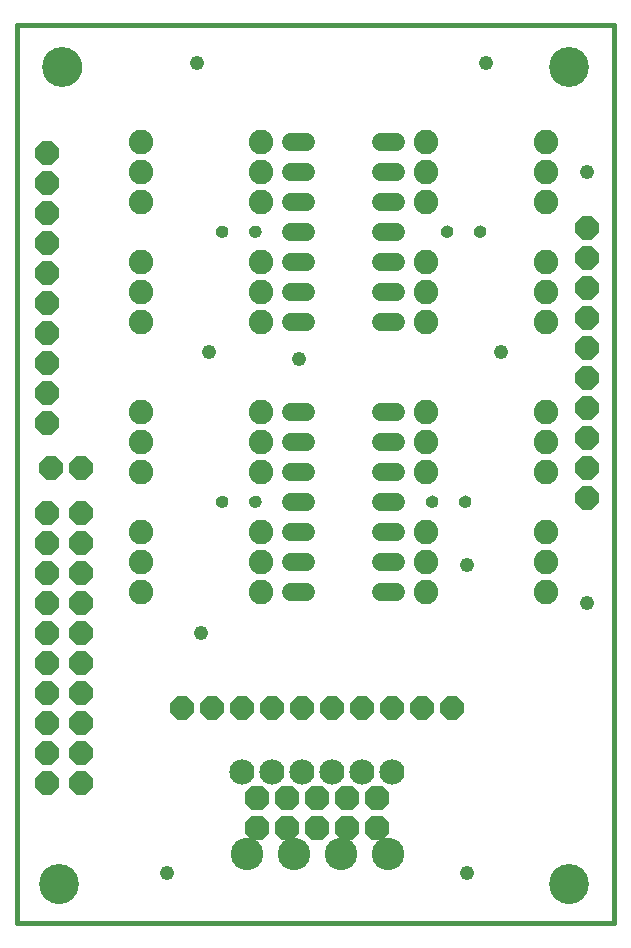
<source format=gts>
G75*
%MOIN*%
%OFA0B0*%
%FSLAX25Y25*%
%IPPOS*%
%LPD*%
%AMOC8*
5,1,8,0,0,1.08239X$1,22.5*
%
%ADD10C,0.00000*%
%ADD11C,0.13300*%
%ADD12C,0.01600*%
%ADD13C,0.00500*%
%ADD14C,0.06000*%
%ADD15C,0.08200*%
%ADD16OC8,0.07800*%
%ADD17C,0.10839*%
%ADD18OC8,0.08200*%
%ADD19C,0.08400*%
%ADD20C,0.04762*%
D10*
X0016144Y0018050D02*
X0016146Y0018208D01*
X0016152Y0018365D01*
X0016162Y0018523D01*
X0016176Y0018680D01*
X0016194Y0018836D01*
X0016215Y0018993D01*
X0016241Y0019148D01*
X0016271Y0019303D01*
X0016304Y0019457D01*
X0016342Y0019610D01*
X0016383Y0019763D01*
X0016428Y0019914D01*
X0016477Y0020064D01*
X0016530Y0020212D01*
X0016586Y0020360D01*
X0016647Y0020505D01*
X0016710Y0020650D01*
X0016778Y0020792D01*
X0016849Y0020933D01*
X0016923Y0021072D01*
X0017001Y0021209D01*
X0017083Y0021344D01*
X0017167Y0021477D01*
X0017256Y0021608D01*
X0017347Y0021736D01*
X0017442Y0021863D01*
X0017539Y0021986D01*
X0017640Y0022108D01*
X0017744Y0022226D01*
X0017851Y0022342D01*
X0017961Y0022455D01*
X0018073Y0022566D01*
X0018189Y0022673D01*
X0018307Y0022778D01*
X0018427Y0022880D01*
X0018550Y0022978D01*
X0018676Y0023074D01*
X0018804Y0023166D01*
X0018934Y0023255D01*
X0019066Y0023341D01*
X0019201Y0023423D01*
X0019338Y0023502D01*
X0019476Y0023577D01*
X0019616Y0023649D01*
X0019759Y0023717D01*
X0019902Y0023782D01*
X0020048Y0023843D01*
X0020195Y0023900D01*
X0020343Y0023954D01*
X0020493Y0024004D01*
X0020643Y0024050D01*
X0020795Y0024092D01*
X0020948Y0024131D01*
X0021102Y0024165D01*
X0021257Y0024196D01*
X0021412Y0024222D01*
X0021568Y0024245D01*
X0021725Y0024264D01*
X0021882Y0024279D01*
X0022039Y0024290D01*
X0022197Y0024297D01*
X0022355Y0024300D01*
X0022512Y0024299D01*
X0022670Y0024294D01*
X0022827Y0024285D01*
X0022985Y0024272D01*
X0023141Y0024255D01*
X0023298Y0024234D01*
X0023453Y0024210D01*
X0023608Y0024181D01*
X0023763Y0024148D01*
X0023916Y0024112D01*
X0024069Y0024071D01*
X0024220Y0024027D01*
X0024370Y0023979D01*
X0024519Y0023928D01*
X0024667Y0023872D01*
X0024813Y0023813D01*
X0024958Y0023750D01*
X0025101Y0023683D01*
X0025242Y0023613D01*
X0025381Y0023540D01*
X0025519Y0023463D01*
X0025655Y0023382D01*
X0025788Y0023298D01*
X0025919Y0023211D01*
X0026048Y0023120D01*
X0026175Y0023026D01*
X0026300Y0022929D01*
X0026421Y0022829D01*
X0026541Y0022726D01*
X0026657Y0022620D01*
X0026771Y0022511D01*
X0026883Y0022399D01*
X0026991Y0022285D01*
X0027096Y0022167D01*
X0027199Y0022047D01*
X0027298Y0021925D01*
X0027394Y0021800D01*
X0027487Y0021672D01*
X0027577Y0021543D01*
X0027663Y0021411D01*
X0027747Y0021277D01*
X0027826Y0021141D01*
X0027903Y0021003D01*
X0027975Y0020863D01*
X0028044Y0020721D01*
X0028110Y0020578D01*
X0028172Y0020433D01*
X0028230Y0020286D01*
X0028285Y0020138D01*
X0028336Y0019989D01*
X0028383Y0019838D01*
X0028426Y0019687D01*
X0028465Y0019534D01*
X0028501Y0019380D01*
X0028532Y0019226D01*
X0028560Y0019071D01*
X0028584Y0018915D01*
X0028604Y0018758D01*
X0028620Y0018601D01*
X0028632Y0018444D01*
X0028640Y0018287D01*
X0028644Y0018129D01*
X0028644Y0017971D01*
X0028640Y0017813D01*
X0028632Y0017656D01*
X0028620Y0017499D01*
X0028604Y0017342D01*
X0028584Y0017185D01*
X0028560Y0017029D01*
X0028532Y0016874D01*
X0028501Y0016720D01*
X0028465Y0016566D01*
X0028426Y0016413D01*
X0028383Y0016262D01*
X0028336Y0016111D01*
X0028285Y0015962D01*
X0028230Y0015814D01*
X0028172Y0015667D01*
X0028110Y0015522D01*
X0028044Y0015379D01*
X0027975Y0015237D01*
X0027903Y0015097D01*
X0027826Y0014959D01*
X0027747Y0014823D01*
X0027663Y0014689D01*
X0027577Y0014557D01*
X0027487Y0014428D01*
X0027394Y0014300D01*
X0027298Y0014175D01*
X0027199Y0014053D01*
X0027096Y0013933D01*
X0026991Y0013815D01*
X0026883Y0013701D01*
X0026771Y0013589D01*
X0026657Y0013480D01*
X0026541Y0013374D01*
X0026421Y0013271D01*
X0026300Y0013171D01*
X0026175Y0013074D01*
X0026048Y0012980D01*
X0025919Y0012889D01*
X0025788Y0012802D01*
X0025655Y0012718D01*
X0025519Y0012637D01*
X0025381Y0012560D01*
X0025242Y0012487D01*
X0025101Y0012417D01*
X0024958Y0012350D01*
X0024813Y0012287D01*
X0024667Y0012228D01*
X0024519Y0012172D01*
X0024370Y0012121D01*
X0024220Y0012073D01*
X0024069Y0012029D01*
X0023916Y0011988D01*
X0023763Y0011952D01*
X0023608Y0011919D01*
X0023453Y0011890D01*
X0023298Y0011866D01*
X0023141Y0011845D01*
X0022985Y0011828D01*
X0022827Y0011815D01*
X0022670Y0011806D01*
X0022512Y0011801D01*
X0022355Y0011800D01*
X0022197Y0011803D01*
X0022039Y0011810D01*
X0021882Y0011821D01*
X0021725Y0011836D01*
X0021568Y0011855D01*
X0021412Y0011878D01*
X0021257Y0011904D01*
X0021102Y0011935D01*
X0020948Y0011969D01*
X0020795Y0012008D01*
X0020643Y0012050D01*
X0020493Y0012096D01*
X0020343Y0012146D01*
X0020195Y0012200D01*
X0020048Y0012257D01*
X0019902Y0012318D01*
X0019759Y0012383D01*
X0019616Y0012451D01*
X0019476Y0012523D01*
X0019338Y0012598D01*
X0019201Y0012677D01*
X0019066Y0012759D01*
X0018934Y0012845D01*
X0018804Y0012934D01*
X0018676Y0013026D01*
X0018550Y0013122D01*
X0018427Y0013220D01*
X0018307Y0013322D01*
X0018189Y0013427D01*
X0018073Y0013534D01*
X0017961Y0013645D01*
X0017851Y0013758D01*
X0017744Y0013874D01*
X0017640Y0013992D01*
X0017539Y0014114D01*
X0017442Y0014237D01*
X0017347Y0014364D01*
X0017256Y0014492D01*
X0017167Y0014623D01*
X0017083Y0014756D01*
X0017001Y0014891D01*
X0016923Y0015028D01*
X0016849Y0015167D01*
X0016778Y0015308D01*
X0016710Y0015450D01*
X0016647Y0015595D01*
X0016586Y0015740D01*
X0016530Y0015888D01*
X0016477Y0016036D01*
X0016428Y0016186D01*
X0016383Y0016337D01*
X0016342Y0016490D01*
X0016304Y0016643D01*
X0016271Y0016797D01*
X0016241Y0016952D01*
X0016215Y0017107D01*
X0016194Y0017264D01*
X0016176Y0017420D01*
X0016162Y0017577D01*
X0016152Y0017735D01*
X0016146Y0017892D01*
X0016144Y0018050D01*
X0186144Y0018050D02*
X0186146Y0018208D01*
X0186152Y0018365D01*
X0186162Y0018523D01*
X0186176Y0018680D01*
X0186194Y0018836D01*
X0186215Y0018993D01*
X0186241Y0019148D01*
X0186271Y0019303D01*
X0186304Y0019457D01*
X0186342Y0019610D01*
X0186383Y0019763D01*
X0186428Y0019914D01*
X0186477Y0020064D01*
X0186530Y0020212D01*
X0186586Y0020360D01*
X0186647Y0020505D01*
X0186710Y0020650D01*
X0186778Y0020792D01*
X0186849Y0020933D01*
X0186923Y0021072D01*
X0187001Y0021209D01*
X0187083Y0021344D01*
X0187167Y0021477D01*
X0187256Y0021608D01*
X0187347Y0021736D01*
X0187442Y0021863D01*
X0187539Y0021986D01*
X0187640Y0022108D01*
X0187744Y0022226D01*
X0187851Y0022342D01*
X0187961Y0022455D01*
X0188073Y0022566D01*
X0188189Y0022673D01*
X0188307Y0022778D01*
X0188427Y0022880D01*
X0188550Y0022978D01*
X0188676Y0023074D01*
X0188804Y0023166D01*
X0188934Y0023255D01*
X0189066Y0023341D01*
X0189201Y0023423D01*
X0189338Y0023502D01*
X0189476Y0023577D01*
X0189616Y0023649D01*
X0189759Y0023717D01*
X0189902Y0023782D01*
X0190048Y0023843D01*
X0190195Y0023900D01*
X0190343Y0023954D01*
X0190493Y0024004D01*
X0190643Y0024050D01*
X0190795Y0024092D01*
X0190948Y0024131D01*
X0191102Y0024165D01*
X0191257Y0024196D01*
X0191412Y0024222D01*
X0191568Y0024245D01*
X0191725Y0024264D01*
X0191882Y0024279D01*
X0192039Y0024290D01*
X0192197Y0024297D01*
X0192355Y0024300D01*
X0192512Y0024299D01*
X0192670Y0024294D01*
X0192827Y0024285D01*
X0192985Y0024272D01*
X0193141Y0024255D01*
X0193298Y0024234D01*
X0193453Y0024210D01*
X0193608Y0024181D01*
X0193763Y0024148D01*
X0193916Y0024112D01*
X0194069Y0024071D01*
X0194220Y0024027D01*
X0194370Y0023979D01*
X0194519Y0023928D01*
X0194667Y0023872D01*
X0194813Y0023813D01*
X0194958Y0023750D01*
X0195101Y0023683D01*
X0195242Y0023613D01*
X0195381Y0023540D01*
X0195519Y0023463D01*
X0195655Y0023382D01*
X0195788Y0023298D01*
X0195919Y0023211D01*
X0196048Y0023120D01*
X0196175Y0023026D01*
X0196300Y0022929D01*
X0196421Y0022829D01*
X0196541Y0022726D01*
X0196657Y0022620D01*
X0196771Y0022511D01*
X0196883Y0022399D01*
X0196991Y0022285D01*
X0197096Y0022167D01*
X0197199Y0022047D01*
X0197298Y0021925D01*
X0197394Y0021800D01*
X0197487Y0021672D01*
X0197577Y0021543D01*
X0197663Y0021411D01*
X0197747Y0021277D01*
X0197826Y0021141D01*
X0197903Y0021003D01*
X0197975Y0020863D01*
X0198044Y0020721D01*
X0198110Y0020578D01*
X0198172Y0020433D01*
X0198230Y0020286D01*
X0198285Y0020138D01*
X0198336Y0019989D01*
X0198383Y0019838D01*
X0198426Y0019687D01*
X0198465Y0019534D01*
X0198501Y0019380D01*
X0198532Y0019226D01*
X0198560Y0019071D01*
X0198584Y0018915D01*
X0198604Y0018758D01*
X0198620Y0018601D01*
X0198632Y0018444D01*
X0198640Y0018287D01*
X0198644Y0018129D01*
X0198644Y0017971D01*
X0198640Y0017813D01*
X0198632Y0017656D01*
X0198620Y0017499D01*
X0198604Y0017342D01*
X0198584Y0017185D01*
X0198560Y0017029D01*
X0198532Y0016874D01*
X0198501Y0016720D01*
X0198465Y0016566D01*
X0198426Y0016413D01*
X0198383Y0016262D01*
X0198336Y0016111D01*
X0198285Y0015962D01*
X0198230Y0015814D01*
X0198172Y0015667D01*
X0198110Y0015522D01*
X0198044Y0015379D01*
X0197975Y0015237D01*
X0197903Y0015097D01*
X0197826Y0014959D01*
X0197747Y0014823D01*
X0197663Y0014689D01*
X0197577Y0014557D01*
X0197487Y0014428D01*
X0197394Y0014300D01*
X0197298Y0014175D01*
X0197199Y0014053D01*
X0197096Y0013933D01*
X0196991Y0013815D01*
X0196883Y0013701D01*
X0196771Y0013589D01*
X0196657Y0013480D01*
X0196541Y0013374D01*
X0196421Y0013271D01*
X0196300Y0013171D01*
X0196175Y0013074D01*
X0196048Y0012980D01*
X0195919Y0012889D01*
X0195788Y0012802D01*
X0195655Y0012718D01*
X0195519Y0012637D01*
X0195381Y0012560D01*
X0195242Y0012487D01*
X0195101Y0012417D01*
X0194958Y0012350D01*
X0194813Y0012287D01*
X0194667Y0012228D01*
X0194519Y0012172D01*
X0194370Y0012121D01*
X0194220Y0012073D01*
X0194069Y0012029D01*
X0193916Y0011988D01*
X0193763Y0011952D01*
X0193608Y0011919D01*
X0193453Y0011890D01*
X0193298Y0011866D01*
X0193141Y0011845D01*
X0192985Y0011828D01*
X0192827Y0011815D01*
X0192670Y0011806D01*
X0192512Y0011801D01*
X0192355Y0011800D01*
X0192197Y0011803D01*
X0192039Y0011810D01*
X0191882Y0011821D01*
X0191725Y0011836D01*
X0191568Y0011855D01*
X0191412Y0011878D01*
X0191257Y0011904D01*
X0191102Y0011935D01*
X0190948Y0011969D01*
X0190795Y0012008D01*
X0190643Y0012050D01*
X0190493Y0012096D01*
X0190343Y0012146D01*
X0190195Y0012200D01*
X0190048Y0012257D01*
X0189902Y0012318D01*
X0189759Y0012383D01*
X0189616Y0012451D01*
X0189476Y0012523D01*
X0189338Y0012598D01*
X0189201Y0012677D01*
X0189066Y0012759D01*
X0188934Y0012845D01*
X0188804Y0012934D01*
X0188676Y0013026D01*
X0188550Y0013122D01*
X0188427Y0013220D01*
X0188307Y0013322D01*
X0188189Y0013427D01*
X0188073Y0013534D01*
X0187961Y0013645D01*
X0187851Y0013758D01*
X0187744Y0013874D01*
X0187640Y0013992D01*
X0187539Y0014114D01*
X0187442Y0014237D01*
X0187347Y0014364D01*
X0187256Y0014492D01*
X0187167Y0014623D01*
X0187083Y0014756D01*
X0187001Y0014891D01*
X0186923Y0015028D01*
X0186849Y0015167D01*
X0186778Y0015308D01*
X0186710Y0015450D01*
X0186647Y0015595D01*
X0186586Y0015740D01*
X0186530Y0015888D01*
X0186477Y0016036D01*
X0186428Y0016186D01*
X0186383Y0016337D01*
X0186342Y0016490D01*
X0186304Y0016643D01*
X0186271Y0016797D01*
X0186241Y0016952D01*
X0186215Y0017107D01*
X0186194Y0017264D01*
X0186176Y0017420D01*
X0186162Y0017577D01*
X0186152Y0017735D01*
X0186146Y0017892D01*
X0186144Y0018050D01*
X0186144Y0290550D02*
X0186146Y0290708D01*
X0186152Y0290865D01*
X0186162Y0291023D01*
X0186176Y0291180D01*
X0186194Y0291336D01*
X0186215Y0291493D01*
X0186241Y0291648D01*
X0186271Y0291803D01*
X0186304Y0291957D01*
X0186342Y0292110D01*
X0186383Y0292263D01*
X0186428Y0292414D01*
X0186477Y0292564D01*
X0186530Y0292712D01*
X0186586Y0292860D01*
X0186647Y0293005D01*
X0186710Y0293150D01*
X0186778Y0293292D01*
X0186849Y0293433D01*
X0186923Y0293572D01*
X0187001Y0293709D01*
X0187083Y0293844D01*
X0187167Y0293977D01*
X0187256Y0294108D01*
X0187347Y0294236D01*
X0187442Y0294363D01*
X0187539Y0294486D01*
X0187640Y0294608D01*
X0187744Y0294726D01*
X0187851Y0294842D01*
X0187961Y0294955D01*
X0188073Y0295066D01*
X0188189Y0295173D01*
X0188307Y0295278D01*
X0188427Y0295380D01*
X0188550Y0295478D01*
X0188676Y0295574D01*
X0188804Y0295666D01*
X0188934Y0295755D01*
X0189066Y0295841D01*
X0189201Y0295923D01*
X0189338Y0296002D01*
X0189476Y0296077D01*
X0189616Y0296149D01*
X0189759Y0296217D01*
X0189902Y0296282D01*
X0190048Y0296343D01*
X0190195Y0296400D01*
X0190343Y0296454D01*
X0190493Y0296504D01*
X0190643Y0296550D01*
X0190795Y0296592D01*
X0190948Y0296631D01*
X0191102Y0296665D01*
X0191257Y0296696D01*
X0191412Y0296722D01*
X0191568Y0296745D01*
X0191725Y0296764D01*
X0191882Y0296779D01*
X0192039Y0296790D01*
X0192197Y0296797D01*
X0192355Y0296800D01*
X0192512Y0296799D01*
X0192670Y0296794D01*
X0192827Y0296785D01*
X0192985Y0296772D01*
X0193141Y0296755D01*
X0193298Y0296734D01*
X0193453Y0296710D01*
X0193608Y0296681D01*
X0193763Y0296648D01*
X0193916Y0296612D01*
X0194069Y0296571D01*
X0194220Y0296527D01*
X0194370Y0296479D01*
X0194519Y0296428D01*
X0194667Y0296372D01*
X0194813Y0296313D01*
X0194958Y0296250D01*
X0195101Y0296183D01*
X0195242Y0296113D01*
X0195381Y0296040D01*
X0195519Y0295963D01*
X0195655Y0295882D01*
X0195788Y0295798D01*
X0195919Y0295711D01*
X0196048Y0295620D01*
X0196175Y0295526D01*
X0196300Y0295429D01*
X0196421Y0295329D01*
X0196541Y0295226D01*
X0196657Y0295120D01*
X0196771Y0295011D01*
X0196883Y0294899D01*
X0196991Y0294785D01*
X0197096Y0294667D01*
X0197199Y0294547D01*
X0197298Y0294425D01*
X0197394Y0294300D01*
X0197487Y0294172D01*
X0197577Y0294043D01*
X0197663Y0293911D01*
X0197747Y0293777D01*
X0197826Y0293641D01*
X0197903Y0293503D01*
X0197975Y0293363D01*
X0198044Y0293221D01*
X0198110Y0293078D01*
X0198172Y0292933D01*
X0198230Y0292786D01*
X0198285Y0292638D01*
X0198336Y0292489D01*
X0198383Y0292338D01*
X0198426Y0292187D01*
X0198465Y0292034D01*
X0198501Y0291880D01*
X0198532Y0291726D01*
X0198560Y0291571D01*
X0198584Y0291415D01*
X0198604Y0291258D01*
X0198620Y0291101D01*
X0198632Y0290944D01*
X0198640Y0290787D01*
X0198644Y0290629D01*
X0198644Y0290471D01*
X0198640Y0290313D01*
X0198632Y0290156D01*
X0198620Y0289999D01*
X0198604Y0289842D01*
X0198584Y0289685D01*
X0198560Y0289529D01*
X0198532Y0289374D01*
X0198501Y0289220D01*
X0198465Y0289066D01*
X0198426Y0288913D01*
X0198383Y0288762D01*
X0198336Y0288611D01*
X0198285Y0288462D01*
X0198230Y0288314D01*
X0198172Y0288167D01*
X0198110Y0288022D01*
X0198044Y0287879D01*
X0197975Y0287737D01*
X0197903Y0287597D01*
X0197826Y0287459D01*
X0197747Y0287323D01*
X0197663Y0287189D01*
X0197577Y0287057D01*
X0197487Y0286928D01*
X0197394Y0286800D01*
X0197298Y0286675D01*
X0197199Y0286553D01*
X0197096Y0286433D01*
X0196991Y0286315D01*
X0196883Y0286201D01*
X0196771Y0286089D01*
X0196657Y0285980D01*
X0196541Y0285874D01*
X0196421Y0285771D01*
X0196300Y0285671D01*
X0196175Y0285574D01*
X0196048Y0285480D01*
X0195919Y0285389D01*
X0195788Y0285302D01*
X0195655Y0285218D01*
X0195519Y0285137D01*
X0195381Y0285060D01*
X0195242Y0284987D01*
X0195101Y0284917D01*
X0194958Y0284850D01*
X0194813Y0284787D01*
X0194667Y0284728D01*
X0194519Y0284672D01*
X0194370Y0284621D01*
X0194220Y0284573D01*
X0194069Y0284529D01*
X0193916Y0284488D01*
X0193763Y0284452D01*
X0193608Y0284419D01*
X0193453Y0284390D01*
X0193298Y0284366D01*
X0193141Y0284345D01*
X0192985Y0284328D01*
X0192827Y0284315D01*
X0192670Y0284306D01*
X0192512Y0284301D01*
X0192355Y0284300D01*
X0192197Y0284303D01*
X0192039Y0284310D01*
X0191882Y0284321D01*
X0191725Y0284336D01*
X0191568Y0284355D01*
X0191412Y0284378D01*
X0191257Y0284404D01*
X0191102Y0284435D01*
X0190948Y0284469D01*
X0190795Y0284508D01*
X0190643Y0284550D01*
X0190493Y0284596D01*
X0190343Y0284646D01*
X0190195Y0284700D01*
X0190048Y0284757D01*
X0189902Y0284818D01*
X0189759Y0284883D01*
X0189616Y0284951D01*
X0189476Y0285023D01*
X0189338Y0285098D01*
X0189201Y0285177D01*
X0189066Y0285259D01*
X0188934Y0285345D01*
X0188804Y0285434D01*
X0188676Y0285526D01*
X0188550Y0285622D01*
X0188427Y0285720D01*
X0188307Y0285822D01*
X0188189Y0285927D01*
X0188073Y0286034D01*
X0187961Y0286145D01*
X0187851Y0286258D01*
X0187744Y0286374D01*
X0187640Y0286492D01*
X0187539Y0286614D01*
X0187442Y0286737D01*
X0187347Y0286864D01*
X0187256Y0286992D01*
X0187167Y0287123D01*
X0187083Y0287256D01*
X0187001Y0287391D01*
X0186923Y0287528D01*
X0186849Y0287667D01*
X0186778Y0287808D01*
X0186710Y0287950D01*
X0186647Y0288095D01*
X0186586Y0288240D01*
X0186530Y0288388D01*
X0186477Y0288536D01*
X0186428Y0288686D01*
X0186383Y0288837D01*
X0186342Y0288990D01*
X0186304Y0289143D01*
X0186271Y0289297D01*
X0186241Y0289452D01*
X0186215Y0289607D01*
X0186194Y0289764D01*
X0186176Y0289920D01*
X0186162Y0290077D01*
X0186152Y0290235D01*
X0186146Y0290392D01*
X0186144Y0290550D01*
X0017394Y0290550D02*
X0017396Y0290708D01*
X0017402Y0290865D01*
X0017412Y0291023D01*
X0017426Y0291180D01*
X0017444Y0291336D01*
X0017465Y0291493D01*
X0017491Y0291648D01*
X0017521Y0291803D01*
X0017554Y0291957D01*
X0017592Y0292110D01*
X0017633Y0292263D01*
X0017678Y0292414D01*
X0017727Y0292564D01*
X0017780Y0292712D01*
X0017836Y0292860D01*
X0017897Y0293005D01*
X0017960Y0293150D01*
X0018028Y0293292D01*
X0018099Y0293433D01*
X0018173Y0293572D01*
X0018251Y0293709D01*
X0018333Y0293844D01*
X0018417Y0293977D01*
X0018506Y0294108D01*
X0018597Y0294236D01*
X0018692Y0294363D01*
X0018789Y0294486D01*
X0018890Y0294608D01*
X0018994Y0294726D01*
X0019101Y0294842D01*
X0019211Y0294955D01*
X0019323Y0295066D01*
X0019439Y0295173D01*
X0019557Y0295278D01*
X0019677Y0295380D01*
X0019800Y0295478D01*
X0019926Y0295574D01*
X0020054Y0295666D01*
X0020184Y0295755D01*
X0020316Y0295841D01*
X0020451Y0295923D01*
X0020588Y0296002D01*
X0020726Y0296077D01*
X0020866Y0296149D01*
X0021009Y0296217D01*
X0021152Y0296282D01*
X0021298Y0296343D01*
X0021445Y0296400D01*
X0021593Y0296454D01*
X0021743Y0296504D01*
X0021893Y0296550D01*
X0022045Y0296592D01*
X0022198Y0296631D01*
X0022352Y0296665D01*
X0022507Y0296696D01*
X0022662Y0296722D01*
X0022818Y0296745D01*
X0022975Y0296764D01*
X0023132Y0296779D01*
X0023289Y0296790D01*
X0023447Y0296797D01*
X0023605Y0296800D01*
X0023762Y0296799D01*
X0023920Y0296794D01*
X0024077Y0296785D01*
X0024235Y0296772D01*
X0024391Y0296755D01*
X0024548Y0296734D01*
X0024703Y0296710D01*
X0024858Y0296681D01*
X0025013Y0296648D01*
X0025166Y0296612D01*
X0025319Y0296571D01*
X0025470Y0296527D01*
X0025620Y0296479D01*
X0025769Y0296428D01*
X0025917Y0296372D01*
X0026063Y0296313D01*
X0026208Y0296250D01*
X0026351Y0296183D01*
X0026492Y0296113D01*
X0026631Y0296040D01*
X0026769Y0295963D01*
X0026905Y0295882D01*
X0027038Y0295798D01*
X0027169Y0295711D01*
X0027298Y0295620D01*
X0027425Y0295526D01*
X0027550Y0295429D01*
X0027671Y0295329D01*
X0027791Y0295226D01*
X0027907Y0295120D01*
X0028021Y0295011D01*
X0028133Y0294899D01*
X0028241Y0294785D01*
X0028346Y0294667D01*
X0028449Y0294547D01*
X0028548Y0294425D01*
X0028644Y0294300D01*
X0028737Y0294172D01*
X0028827Y0294043D01*
X0028913Y0293911D01*
X0028997Y0293777D01*
X0029076Y0293641D01*
X0029153Y0293503D01*
X0029225Y0293363D01*
X0029294Y0293221D01*
X0029360Y0293078D01*
X0029422Y0292933D01*
X0029480Y0292786D01*
X0029535Y0292638D01*
X0029586Y0292489D01*
X0029633Y0292338D01*
X0029676Y0292187D01*
X0029715Y0292034D01*
X0029751Y0291880D01*
X0029782Y0291726D01*
X0029810Y0291571D01*
X0029834Y0291415D01*
X0029854Y0291258D01*
X0029870Y0291101D01*
X0029882Y0290944D01*
X0029890Y0290787D01*
X0029894Y0290629D01*
X0029894Y0290471D01*
X0029890Y0290313D01*
X0029882Y0290156D01*
X0029870Y0289999D01*
X0029854Y0289842D01*
X0029834Y0289685D01*
X0029810Y0289529D01*
X0029782Y0289374D01*
X0029751Y0289220D01*
X0029715Y0289066D01*
X0029676Y0288913D01*
X0029633Y0288762D01*
X0029586Y0288611D01*
X0029535Y0288462D01*
X0029480Y0288314D01*
X0029422Y0288167D01*
X0029360Y0288022D01*
X0029294Y0287879D01*
X0029225Y0287737D01*
X0029153Y0287597D01*
X0029076Y0287459D01*
X0028997Y0287323D01*
X0028913Y0287189D01*
X0028827Y0287057D01*
X0028737Y0286928D01*
X0028644Y0286800D01*
X0028548Y0286675D01*
X0028449Y0286553D01*
X0028346Y0286433D01*
X0028241Y0286315D01*
X0028133Y0286201D01*
X0028021Y0286089D01*
X0027907Y0285980D01*
X0027791Y0285874D01*
X0027671Y0285771D01*
X0027550Y0285671D01*
X0027425Y0285574D01*
X0027298Y0285480D01*
X0027169Y0285389D01*
X0027038Y0285302D01*
X0026905Y0285218D01*
X0026769Y0285137D01*
X0026631Y0285060D01*
X0026492Y0284987D01*
X0026351Y0284917D01*
X0026208Y0284850D01*
X0026063Y0284787D01*
X0025917Y0284728D01*
X0025769Y0284672D01*
X0025620Y0284621D01*
X0025470Y0284573D01*
X0025319Y0284529D01*
X0025166Y0284488D01*
X0025013Y0284452D01*
X0024858Y0284419D01*
X0024703Y0284390D01*
X0024548Y0284366D01*
X0024391Y0284345D01*
X0024235Y0284328D01*
X0024077Y0284315D01*
X0023920Y0284306D01*
X0023762Y0284301D01*
X0023605Y0284300D01*
X0023447Y0284303D01*
X0023289Y0284310D01*
X0023132Y0284321D01*
X0022975Y0284336D01*
X0022818Y0284355D01*
X0022662Y0284378D01*
X0022507Y0284404D01*
X0022352Y0284435D01*
X0022198Y0284469D01*
X0022045Y0284508D01*
X0021893Y0284550D01*
X0021743Y0284596D01*
X0021593Y0284646D01*
X0021445Y0284700D01*
X0021298Y0284757D01*
X0021152Y0284818D01*
X0021009Y0284883D01*
X0020866Y0284951D01*
X0020726Y0285023D01*
X0020588Y0285098D01*
X0020451Y0285177D01*
X0020316Y0285259D01*
X0020184Y0285345D01*
X0020054Y0285434D01*
X0019926Y0285526D01*
X0019800Y0285622D01*
X0019677Y0285720D01*
X0019557Y0285822D01*
X0019439Y0285927D01*
X0019323Y0286034D01*
X0019211Y0286145D01*
X0019101Y0286258D01*
X0018994Y0286374D01*
X0018890Y0286492D01*
X0018789Y0286614D01*
X0018692Y0286737D01*
X0018597Y0286864D01*
X0018506Y0286992D01*
X0018417Y0287123D01*
X0018333Y0287256D01*
X0018251Y0287391D01*
X0018173Y0287528D01*
X0018099Y0287667D01*
X0018028Y0287808D01*
X0017960Y0287950D01*
X0017897Y0288095D01*
X0017836Y0288240D01*
X0017780Y0288388D01*
X0017727Y0288536D01*
X0017678Y0288686D01*
X0017633Y0288837D01*
X0017592Y0288990D01*
X0017554Y0289143D01*
X0017521Y0289297D01*
X0017491Y0289452D01*
X0017465Y0289607D01*
X0017444Y0289764D01*
X0017426Y0289920D01*
X0017412Y0290077D01*
X0017402Y0290235D01*
X0017396Y0290392D01*
X0017394Y0290550D01*
D11*
X0023644Y0290550D03*
X0192394Y0290550D03*
X0192394Y0018050D03*
X0022394Y0018050D03*
D12*
X0008644Y0005107D02*
X0008644Y0304398D01*
X0207463Y0304398D01*
X0207463Y0005107D01*
X0008644Y0005107D01*
D13*
X0076139Y0143959D02*
X0075807Y0144175D01*
X0075532Y0144460D01*
X0075327Y0144799D01*
X0075202Y0145176D01*
X0075164Y0145570D01*
X0075211Y0145954D01*
X0075341Y0146317D01*
X0075550Y0146642D01*
X0075825Y0146913D01*
X0076154Y0147116D01*
X0076520Y0147240D01*
X0076904Y0147280D01*
X0077286Y0147246D01*
X0076576Y0147246D01*
X0077286Y0147246D02*
X0077650Y0147128D01*
X0077979Y0146932D01*
X0078256Y0146668D01*
X0078467Y0146348D01*
X0078602Y0145990D01*
X0078654Y0145610D01*
X0078619Y0145210D01*
X0078496Y0144827D01*
X0078290Y0144481D01*
X0078013Y0144190D01*
X0077678Y0143968D01*
X0077302Y0143825D01*
X0076904Y0143770D01*
X0076511Y0143822D01*
X0076139Y0143959D01*
X0075730Y0144255D02*
X0078075Y0144255D01*
X0078452Y0144754D02*
X0075354Y0144754D01*
X0075195Y0145252D02*
X0078623Y0145252D01*
X0078635Y0145751D02*
X0075186Y0145751D01*
X0075317Y0146249D02*
X0078505Y0146249D01*
X0078172Y0146748D02*
X0075657Y0146748D01*
X0086184Y0145570D02*
X0086231Y0145954D01*
X0086362Y0146317D01*
X0086570Y0146642D01*
X0086845Y0146913D01*
X0087174Y0147116D01*
X0087540Y0147240D01*
X0087924Y0147280D01*
X0088306Y0147246D01*
X0087596Y0147246D01*
X0088306Y0147246D02*
X0088670Y0147128D01*
X0088999Y0146932D01*
X0089276Y0146668D01*
X0089487Y0146348D01*
X0089622Y0145990D01*
X0089674Y0145610D01*
X0089639Y0145210D01*
X0089516Y0144827D01*
X0089311Y0144481D01*
X0089033Y0144190D01*
X0088698Y0143968D01*
X0088322Y0143825D01*
X0087924Y0143770D01*
X0087531Y0143822D01*
X0087159Y0143959D01*
X0086827Y0144175D01*
X0086552Y0144460D01*
X0086347Y0144799D01*
X0086222Y0145176D01*
X0086184Y0145570D01*
X0086206Y0145751D02*
X0089655Y0145751D01*
X0089643Y0145252D02*
X0086215Y0145252D01*
X0086374Y0144754D02*
X0089472Y0144754D01*
X0089095Y0144255D02*
X0086750Y0144255D01*
X0086337Y0146249D02*
X0089525Y0146249D01*
X0089192Y0146748D02*
X0086677Y0146748D01*
X0145114Y0145490D02*
X0145149Y0145890D01*
X0145273Y0146273D01*
X0145478Y0146619D01*
X0145755Y0146910D01*
X0146090Y0147132D01*
X0146466Y0147275D01*
X0146864Y0147330D01*
X0147257Y0147278D01*
X0147629Y0147141D01*
X0147961Y0146925D01*
X0148237Y0146640D01*
X0148442Y0146301D01*
X0148566Y0145924D01*
X0148604Y0145530D01*
X0148558Y0145146D01*
X0148427Y0144783D01*
X0148219Y0144458D01*
X0147943Y0144187D01*
X0147614Y0143984D01*
X0147249Y0143860D01*
X0146864Y0143820D01*
X0146483Y0143854D01*
X0146118Y0143972D01*
X0145789Y0144168D01*
X0145512Y0144432D01*
X0145301Y0144752D01*
X0145166Y0145110D01*
X0145114Y0145490D01*
X0145147Y0145252D02*
X0148570Y0145252D01*
X0148583Y0145751D02*
X0145137Y0145751D01*
X0145265Y0146249D02*
X0148459Y0146249D01*
X0148132Y0146748D02*
X0145601Y0146748D01*
X0146391Y0147246D02*
X0147345Y0147246D01*
X0148408Y0144754D02*
X0145300Y0144754D01*
X0145698Y0144255D02*
X0148013Y0144255D01*
X0156167Y0145252D02*
X0159590Y0145252D01*
X0159578Y0145146D02*
X0159447Y0144783D01*
X0159239Y0144458D01*
X0158963Y0144187D01*
X0158634Y0143984D01*
X0158269Y0143860D01*
X0157884Y0143820D01*
X0157503Y0143854D01*
X0157138Y0143972D01*
X0156809Y0144168D01*
X0156532Y0144432D01*
X0156321Y0144752D01*
X0156186Y0145110D01*
X0156134Y0145490D01*
X0156169Y0145890D01*
X0156293Y0146273D01*
X0156498Y0146619D01*
X0156775Y0146910D01*
X0157110Y0147132D01*
X0157486Y0147275D01*
X0157884Y0147330D01*
X0158277Y0147278D01*
X0158649Y0147141D01*
X0158981Y0146925D01*
X0159257Y0146640D01*
X0159462Y0146301D01*
X0159586Y0145924D01*
X0159624Y0145530D01*
X0159578Y0145146D01*
X0159428Y0144754D02*
X0156320Y0144754D01*
X0156718Y0144255D02*
X0159033Y0144255D01*
X0159603Y0145751D02*
X0156157Y0145751D01*
X0156285Y0146249D02*
X0159479Y0146249D01*
X0159152Y0146748D02*
X0156621Y0146748D01*
X0157411Y0147246D02*
X0158365Y0147246D01*
X0162884Y0233820D02*
X0163269Y0233860D01*
X0163634Y0233984D01*
X0163963Y0234187D01*
X0164239Y0234458D01*
X0164447Y0234783D01*
X0164578Y0235146D01*
X0164624Y0235530D01*
X0164586Y0235924D01*
X0164462Y0236301D01*
X0164257Y0236640D01*
X0163981Y0236925D01*
X0163649Y0237141D01*
X0163277Y0237278D01*
X0162884Y0237330D01*
X0162486Y0237275D01*
X0162110Y0237132D01*
X0161775Y0236910D01*
X0161498Y0236619D01*
X0161293Y0236273D01*
X0161169Y0235890D01*
X0161134Y0235490D01*
X0161186Y0235110D01*
X0161321Y0234752D01*
X0161532Y0234432D01*
X0161809Y0234168D01*
X0162138Y0233972D01*
X0162503Y0233854D01*
X0162884Y0233820D01*
X0163639Y0233987D02*
X0162112Y0233987D01*
X0161497Y0234486D02*
X0164257Y0234486D01*
X0164519Y0234984D02*
X0161234Y0234984D01*
X0161135Y0235483D02*
X0164618Y0235483D01*
X0164568Y0235981D02*
X0161199Y0235981D01*
X0161415Y0236480D02*
X0164354Y0236480D01*
X0163899Y0236978D02*
X0161878Y0236978D01*
X0153566Y0235924D02*
X0153604Y0235530D01*
X0153558Y0235146D01*
X0153427Y0234783D01*
X0153219Y0234458D01*
X0152943Y0234187D01*
X0152614Y0233984D01*
X0152249Y0233860D01*
X0151864Y0233820D01*
X0151483Y0233854D01*
X0151118Y0233972D01*
X0150789Y0234168D01*
X0150512Y0234432D01*
X0150301Y0234752D01*
X0150166Y0235110D01*
X0150114Y0235490D01*
X0150149Y0235890D01*
X0150273Y0236273D01*
X0150478Y0236619D01*
X0150755Y0236910D01*
X0151090Y0237132D01*
X0151466Y0237275D01*
X0151864Y0237330D01*
X0152257Y0237278D01*
X0152629Y0237141D01*
X0152961Y0236925D01*
X0153237Y0236640D01*
X0153442Y0236301D01*
X0153566Y0235924D01*
X0153548Y0235981D02*
X0150179Y0235981D01*
X0150115Y0235483D02*
X0153598Y0235483D01*
X0153499Y0234984D02*
X0150213Y0234984D01*
X0150477Y0234486D02*
X0153237Y0234486D01*
X0152619Y0233987D02*
X0151092Y0233987D01*
X0150395Y0236480D02*
X0153333Y0236480D01*
X0152879Y0236978D02*
X0150858Y0236978D01*
X0089674Y0235610D02*
X0089639Y0235210D01*
X0089516Y0234827D01*
X0089311Y0234481D01*
X0089033Y0234190D01*
X0088698Y0233968D01*
X0088322Y0233825D01*
X0087924Y0233770D01*
X0087531Y0233822D01*
X0087159Y0233959D01*
X0086827Y0234175D01*
X0086552Y0234460D01*
X0086347Y0234799D01*
X0086222Y0235176D01*
X0086184Y0235570D01*
X0086231Y0235954D01*
X0086362Y0236317D01*
X0086570Y0236642D01*
X0086845Y0236913D01*
X0087174Y0237116D01*
X0087540Y0237240D01*
X0087924Y0237280D01*
X0088306Y0237246D01*
X0088670Y0237128D01*
X0088999Y0236932D01*
X0089276Y0236668D01*
X0089487Y0236348D01*
X0089622Y0235990D01*
X0089674Y0235610D01*
X0089663Y0235483D02*
X0086193Y0235483D01*
X0086241Y0235981D02*
X0089624Y0235981D01*
X0089401Y0236480D02*
X0086466Y0236480D01*
X0086951Y0236978D02*
X0088922Y0236978D01*
X0089566Y0234984D02*
X0086285Y0234984D01*
X0086536Y0234486D02*
X0089313Y0234486D01*
X0088728Y0233987D02*
X0087116Y0233987D01*
X0078619Y0235210D02*
X0078496Y0234827D01*
X0078290Y0234481D01*
X0078013Y0234190D01*
X0077678Y0233968D01*
X0077302Y0233825D01*
X0076904Y0233770D01*
X0076511Y0233822D01*
X0076139Y0233959D01*
X0075807Y0234175D01*
X0075532Y0234460D01*
X0075327Y0234799D01*
X0075202Y0235176D01*
X0075164Y0235570D01*
X0075211Y0235954D01*
X0075341Y0236317D01*
X0075550Y0236642D01*
X0075825Y0236913D01*
X0076154Y0237116D01*
X0076520Y0237240D01*
X0076904Y0237280D01*
X0077286Y0237246D01*
X0077650Y0237128D01*
X0077979Y0236932D01*
X0078256Y0236668D01*
X0078467Y0236348D01*
X0078602Y0235990D01*
X0078654Y0235610D01*
X0078619Y0235210D01*
X0078546Y0234984D02*
X0075265Y0234984D01*
X0075173Y0235483D02*
X0078643Y0235483D01*
X0078603Y0235981D02*
X0075221Y0235981D01*
X0075446Y0236480D02*
X0078380Y0236480D01*
X0077902Y0236978D02*
X0075931Y0236978D01*
X0075516Y0234486D02*
X0078293Y0234486D01*
X0077708Y0233987D02*
X0076096Y0233987D01*
D14*
X0099794Y0235550D02*
X0104994Y0235550D01*
X0104994Y0225550D02*
X0099794Y0225550D01*
X0099794Y0215550D02*
X0104994Y0215550D01*
X0104994Y0205550D02*
X0099794Y0205550D01*
X0099794Y0175550D02*
X0104994Y0175550D01*
X0104994Y0165550D02*
X0099794Y0165550D01*
X0099794Y0155550D02*
X0104994Y0155550D01*
X0104994Y0145550D02*
X0099794Y0145550D01*
X0099794Y0135550D02*
X0104994Y0135550D01*
X0104994Y0125550D02*
X0099794Y0125550D01*
X0099794Y0115550D02*
X0104994Y0115550D01*
X0129794Y0115550D02*
X0134994Y0115550D01*
X0134994Y0125550D02*
X0129794Y0125550D01*
X0129794Y0135550D02*
X0134994Y0135550D01*
X0134994Y0145550D02*
X0129794Y0145550D01*
X0129794Y0155550D02*
X0134994Y0155550D01*
X0134994Y0165550D02*
X0129794Y0165550D01*
X0129794Y0175550D02*
X0134994Y0175550D01*
X0134994Y0205550D02*
X0129794Y0205550D01*
X0129794Y0215550D02*
X0134994Y0215550D01*
X0134994Y0225550D02*
X0129794Y0225550D01*
X0129794Y0235550D02*
X0134994Y0235550D01*
X0134994Y0245550D02*
X0129794Y0245550D01*
X0129794Y0255550D02*
X0134994Y0255550D01*
X0134994Y0265550D02*
X0129794Y0265550D01*
X0104994Y0265550D02*
X0099794Y0265550D01*
X0099794Y0255550D02*
X0104994Y0255550D01*
X0104994Y0245550D02*
X0099794Y0245550D01*
D15*
X0089894Y0245550D03*
X0089894Y0255550D03*
X0089894Y0265550D03*
X0089894Y0225550D03*
X0089894Y0215550D03*
X0089894Y0205550D03*
X0089894Y0175550D03*
X0089894Y0165550D03*
X0089894Y0155550D03*
X0089894Y0135550D03*
X0089894Y0125550D03*
X0089894Y0115550D03*
X0049894Y0115550D03*
X0049894Y0125550D03*
X0049894Y0135550D03*
X0049894Y0155550D03*
X0049894Y0165550D03*
X0049894Y0175550D03*
X0049894Y0205550D03*
X0049894Y0215550D03*
X0049894Y0225550D03*
X0049894Y0245550D03*
X0049894Y0255550D03*
X0049894Y0265550D03*
X0144894Y0265550D03*
X0144894Y0255550D03*
X0144894Y0245550D03*
X0144894Y0225550D03*
X0144894Y0215550D03*
X0144894Y0205550D03*
X0144894Y0175550D03*
X0144894Y0165550D03*
X0144894Y0155550D03*
X0144894Y0135550D03*
X0144894Y0125550D03*
X0144894Y0115550D03*
X0184894Y0115550D03*
X0184894Y0125550D03*
X0184894Y0135550D03*
X0184894Y0155550D03*
X0184894Y0165550D03*
X0184894Y0175550D03*
X0184894Y0205550D03*
X0184894Y0215550D03*
X0184894Y0225550D03*
X0184894Y0245550D03*
X0184894Y0255550D03*
X0184894Y0265550D03*
D16*
X0198644Y0236800D03*
X0198644Y0226800D03*
X0198644Y0216800D03*
X0198644Y0206800D03*
X0198644Y0196800D03*
X0198644Y0186800D03*
X0198644Y0176800D03*
X0198644Y0166800D03*
X0198644Y0156800D03*
X0198644Y0146800D03*
X0153644Y0076800D03*
X0143644Y0076800D03*
X0133644Y0076800D03*
X0123644Y0076800D03*
X0113644Y0076800D03*
X0103644Y0076800D03*
X0093644Y0076800D03*
X0083644Y0076800D03*
X0073644Y0076800D03*
X0063644Y0076800D03*
X0029894Y0071800D03*
X0029894Y0061800D03*
X0029894Y0051800D03*
X0018644Y0051800D03*
X0018644Y0061800D03*
X0018644Y0071800D03*
X0018644Y0081800D03*
X0018644Y0091800D03*
X0018644Y0101800D03*
X0018644Y0111800D03*
X0018644Y0121800D03*
X0018644Y0131800D03*
X0018644Y0141800D03*
X0019894Y0156800D03*
X0029894Y0156800D03*
X0029894Y0141800D03*
X0029894Y0131800D03*
X0029894Y0121800D03*
X0029894Y0111800D03*
X0029894Y0101800D03*
X0029894Y0091800D03*
X0029894Y0081800D03*
X0018644Y0171800D03*
X0018644Y0181800D03*
X0018644Y0191800D03*
X0018644Y0201800D03*
X0018644Y0211800D03*
X0018644Y0221800D03*
X0018644Y0231800D03*
X0018644Y0241800D03*
X0018644Y0251800D03*
X0018644Y0261800D03*
D17*
X0085258Y0028050D03*
X0100849Y0028050D03*
X0116439Y0028050D03*
X0132030Y0028050D03*
D18*
X0128644Y0036800D03*
X0128644Y0046800D03*
X0118644Y0046800D03*
X0108644Y0046800D03*
X0108644Y0036800D03*
X0118644Y0036800D03*
X0098644Y0036800D03*
X0098644Y0046800D03*
X0088644Y0046800D03*
X0088644Y0036800D03*
D19*
X0083644Y0055550D03*
X0093644Y0055550D03*
X0103644Y0055550D03*
X0113644Y0055550D03*
X0123644Y0055550D03*
X0133644Y0055550D03*
D20*
X0158644Y0021800D03*
X0198644Y0111800D03*
X0158644Y0124300D03*
X0169894Y0195550D03*
X0198644Y0255550D03*
X0164894Y0291800D03*
X0102394Y0193050D03*
X0072394Y0195550D03*
X0069894Y0101800D03*
X0058644Y0021800D03*
X0068644Y0291800D03*
M02*

</source>
